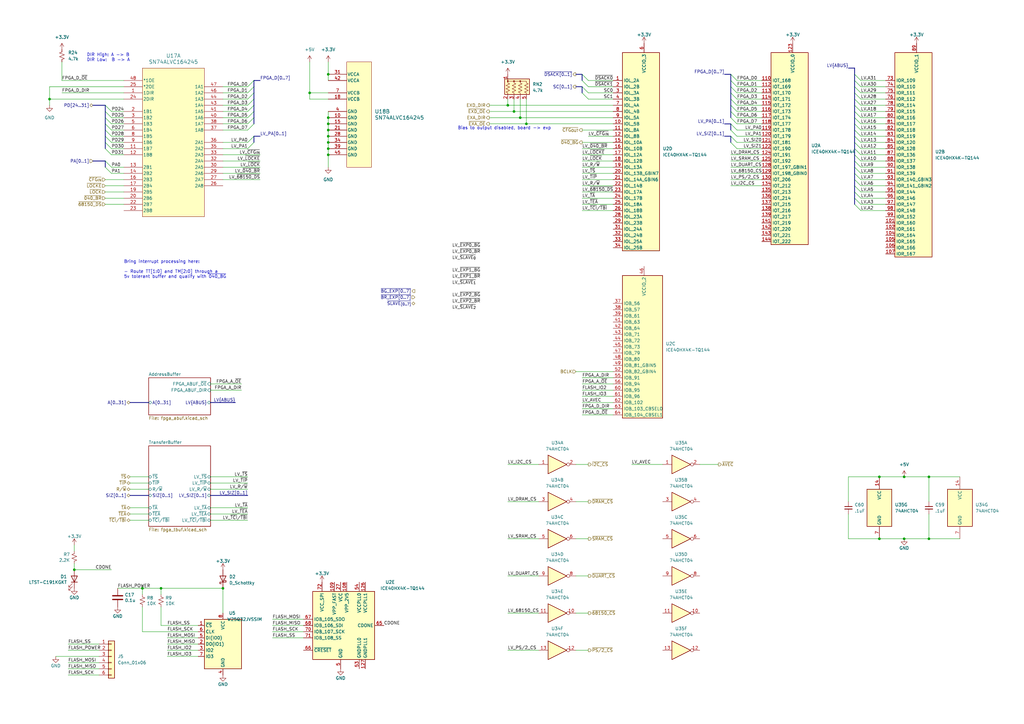
<source format=kicad_sch>
(kicad_sch (version 20230121) (generator eeschema)
  (paper "A3")
  (junction (at 134.62 63.5))
  (junction (at 30.48 233.68))
  (junction (at 134.62 60.96))
  (junction (at 134.62 53.34))
  (junction (at 66.04 241.3))
  (junction (at 58.42 241.3))
  (junction (at 134.62 58.42))
  (junction (at 134.62 30.48))
  (junction (at 91.44 241.3))
  (junction (at 20.32 40.64))
  (junction (at 215.9 50.8))
  (junction (at 134.62 50.8))
  (junction (at 370.84 195.58))
  (junction (at 381 195.58))
  (junction (at 127 38.1))
  (junction (at 134.62 55.88))
  (junction (at 134.62 48.26))
  (junction (at 210.82 45.72))
  (junction (at 381 220.98))
  (junction (at 370.84 220.98))
  (junction (at 208.28 43.18))
  (junction (at 360.68 195.58))
  (junction (at 213.36 48.26))
  (junction (at 360.68 220.98))
  (bus_entry (at 302.26 40.64) (size -2.54 -2.54))
  (bus_entry (at 238.76 35.56) (size 2.54 2.54))
  (bus_entry (at 299.72 53.34) (size 2.54 2.54))
  (bus_entry (at 350.52 48.26) (size 2.54 2.54))
  (bus_entry (at 43.18 48.26) (size 2.54 2.54))
  (bus_entry (at 101.6 50.8) (size 2.54 -2.54))
  (bus_entry (at 350.52 58.42) (size 2.54 2.54))
  (bus_entry (at 350.52 55.88) (size 2.54 2.54))
  (bus_entry (at 350.52 68.58) (size 2.54 2.54))
  (bus_entry (at 43.18 53.34) (size 2.54 2.54))
  (bus_entry (at 43.18 55.88) (size 2.54 2.54))
  (bus_entry (at 101.6 40.64) (size 2.54 -2.54))
  (bus_entry (at 350.52 78.74) (size 2.54 2.54))
  (bus_entry (at 353.06 40.64) (size -2.54 -2.54))
  (bus_entry (at 104.14 55.88) (size -2.54 2.54))
  (bus_entry (at 101.6 48.26) (size 2.54 -2.54))
  (bus_entry (at 238.76 38.1) (size 2.54 2.54))
  (bus_entry (at 299.72 50.8) (size 2.54 2.54))
  (bus_entry (at 353.06 35.56) (size -2.54 -2.54))
  (bus_entry (at 43.18 43.18) (size 2.54 2.54))
  (bus_entry (at 43.18 60.96) (size 2.54 2.54))
  (bus_entry (at 101.6 45.72) (size 2.54 -2.54))
  (bus_entry (at 350.52 43.18) (size 2.54 2.54))
  (bus_entry (at 43.18 50.8) (size 2.54 2.54))
  (bus_entry (at 104.14 58.42) (size -2.54 2.54))
  (bus_entry (at 353.06 38.1) (size -2.54 -2.54))
  (bus_entry (at 302.26 48.26) (size -2.54 -2.54))
  (bus_entry (at 299.72 58.42) (size 2.54 2.54))
  (bus_entry (at 350.52 53.34) (size 2.54 2.54))
  (bus_entry (at 353.06 43.18) (size -2.54 -2.54))
  (bus_entry (at 350.52 71.12) (size 2.54 2.54))
  (bus_entry (at 350.52 50.8) (size 2.54 2.54))
  (bus_entry (at 350.52 73.66) (size 2.54 2.54))
  (bus_entry (at 302.26 35.56) (size -2.54 -2.54))
  (bus_entry (at 350.52 66.04) (size 2.54 2.54))
  (bus_entry (at 350.52 63.5) (size 2.54 2.54))
  (bus_entry (at 101.6 38.1) (size 2.54 -2.54))
  (bus_entry (at 43.18 66.04) (size 2.54 2.54))
  (bus_entry (at 350.52 45.72) (size 2.54 2.54))
  (bus_entry (at 302.26 33.02) (size -2.54 -2.54))
  (bus_entry (at 353.06 33.02) (size -2.54 -2.54))
  (bus_entry (at 302.26 43.18) (size -2.54 -2.54))
  (bus_entry (at 350.52 81.28) (size 2.54 2.54))
  (bus_entry (at 302.26 50.8) (size -2.54 -2.54))
  (bus_entry (at 302.26 45.72) (size -2.54 -2.54))
  (bus_entry (at 350.52 83.82) (size 2.54 2.54))
  (bus_entry (at 238.76 30.48) (size 2.54 2.54))
  (bus_entry (at 43.18 58.42) (size 2.54 2.54))
  (bus_entry (at 43.18 68.58) (size 2.54 2.54))
  (bus_entry (at 302.26 38.1) (size -2.54 -2.54))
  (bus_entry (at 101.6 53.34) (size 2.54 -2.54))
  (bus_entry (at 299.72 55.88) (size 2.54 2.54))
  (bus_entry (at 350.52 60.96) (size 2.54 2.54))
  (bus_entry (at 43.18 45.72) (size 2.54 2.54))
  (bus_entry (at 101.6 43.18) (size 2.54 -2.54))
  (bus_entry (at 238.76 33.02) (size 2.54 2.54))
  (bus_entry (at 101.6 35.56) (size 2.54 -2.54))
  (bus_entry (at 350.52 76.2) (size 2.54 2.54))
  (wire (pts (xy 347.98 220.98) (xy 360.68 220.98)))
  (wire (pts (xy 251.46 81.28) (xy 238.76 81.28)))
  (wire (pts (xy 22.86 269.24) (xy 40.64 269.24)))
  (bus (pts (xy 238.76 30.48) (xy 238.76 33.02)))
  (wire (pts (xy 381 220.98) (xy 393.7 220.98)))
  (wire (pts (xy 241.3 40.64) (xy 251.46 40.64)))
  (wire (pts (xy 81.28 266.7) (xy 68.58 266.7)))
  (wire (pts (xy 86.36 200.66) (xy 101.6 200.66)))
  (wire (pts (xy 200.66 48.26) (xy 213.36 48.26)))
  (wire (pts (xy 363.22 83.82) (xy 353.06 83.82)))
  (wire (pts (xy 381 195.58) (xy 381 205.74)))
  (wire (pts (xy 127 25.4) (xy 127 38.1)))
  (bus (pts (xy 104.14 33.02) (xy 104.14 35.56)))
  (wire (pts (xy 287.02 190.5) (xy 294.64 190.5)))
  (wire (pts (xy 208.28 220.98) (xy 220.98 220.98)))
  (bus (pts (xy 350.52 66.04) (xy 350.52 68.58)))
  (wire (pts (xy 99.06 157.48) (xy 86.36 157.48)))
  (wire (pts (xy 91.44 58.42) (xy 101.6 58.42)))
  (bus (pts (xy 53.34 203.2) (xy 60.96 203.2)))
  (wire (pts (xy 363.22 35.56) (xy 353.06 35.56)))
  (wire (pts (xy 200.66 45.72) (xy 210.82 45.72)))
  (wire (pts (xy 134.62 60.96) (xy 134.62 63.5)))
  (wire (pts (xy 91.44 50.8) (xy 101.6 50.8)))
  (wire (pts (xy 91.44 60.96) (xy 101.6 60.96)))
  (bus (pts (xy 350.52 50.8) (xy 350.52 53.34)))
  (bus (pts (xy 350.52 35.56) (xy 350.52 38.1)))
  (wire (pts (xy 302.26 45.72) (xy 312.42 45.72)))
  (wire (pts (xy 134.62 53.34) (xy 134.62 55.88)))
  (wire (pts (xy 43.18 76.2) (xy 50.8 76.2)))
  (wire (pts (xy 40.64 274.32) (xy 27.94 274.32)))
  (wire (pts (xy 363.22 73.66) (xy 353.06 73.66)))
  (bus (pts (xy 350.52 27.94) (xy 350.52 30.48)))
  (wire (pts (xy 208.28 43.18) (xy 251.46 43.18)))
  (wire (pts (xy 86.36 213.36) (xy 101.6 213.36)))
  (wire (pts (xy 241.3 33.02) (xy 251.46 33.02)))
  (bus (pts (xy 299.72 50.8) (xy 299.72 53.34)))
  (wire (pts (xy 302.26 48.26) (xy 312.42 48.26)))
  (wire (pts (xy 86.36 198.12) (xy 101.6 198.12)))
  (wire (pts (xy 91.44 35.56) (xy 101.6 35.56)))
  (wire (pts (xy 208.28 205.74) (xy 220.98 205.74)))
  (wire (pts (xy 58.42 248.92) (xy 58.42 259.08)))
  (wire (pts (xy 208.28 251.46) (xy 220.98 251.46)))
  (bus (pts (xy 43.18 45.72) (xy 43.18 48.26)))
  (wire (pts (xy 238.76 76.2) (xy 251.46 76.2)))
  (wire (pts (xy 99.06 160.02) (xy 86.36 160.02)))
  (wire (pts (xy 363.22 55.88) (xy 353.06 55.88)))
  (wire (pts (xy 236.22 266.7) (xy 241.3 266.7)))
  (bus (pts (xy 299.72 38.1) (xy 299.72 40.64)))
  (wire (pts (xy 347.98 210.82) (xy 347.98 220.98)))
  (bus (pts (xy 350.52 58.42) (xy 350.52 60.96)))
  (wire (pts (xy 50.8 35.56) (xy 20.32 35.56)))
  (wire (pts (xy 213.36 40.64) (xy 213.36 48.26)))
  (wire (pts (xy 241.3 35.56) (xy 251.46 35.56)))
  (wire (pts (xy 302.26 58.42) (xy 312.42 58.42)))
  (wire (pts (xy 208.28 40.64) (xy 208.28 43.18)))
  (bus (pts (xy 43.18 43.18) (xy 43.18 45.72)))
  (bus (pts (xy 43.18 50.8) (xy 43.18 53.34)))
  (wire (pts (xy 238.76 165.1) (xy 251.46 165.1)))
  (wire (pts (xy 86.36 210.82) (xy 101.6 210.82)))
  (wire (pts (xy 363.22 76.2) (xy 353.06 76.2)))
  (wire (pts (xy 45.72 233.68) (xy 30.48 233.68)))
  (wire (pts (xy 124.46 261.62) (xy 111.76 261.62)))
  (wire (pts (xy 45.72 68.58) (xy 50.8 68.58)))
  (wire (pts (xy 208.28 266.7) (xy 220.98 266.7)))
  (wire (pts (xy 81.28 264.16) (xy 68.58 264.16)))
  (bus (pts (xy 104.14 35.56) (xy 104.14 38.1)))
  (wire (pts (xy 363.22 33.02) (xy 353.06 33.02)))
  (wire (pts (xy 45.72 60.96) (xy 50.8 60.96)))
  (wire (pts (xy 91.44 68.58) (xy 106.68 68.58)))
  (wire (pts (xy 370.84 195.58) (xy 381 195.58)))
  (bus (pts (xy 53.34 165.1) (xy 60.96 165.1)))
  (wire (pts (xy 251.46 83.82) (xy 238.76 83.82)))
  (bus (pts (xy 350.52 63.5) (xy 350.52 66.04)))
  (bus (pts (xy 350.52 81.28) (xy 350.52 83.82)))
  (wire (pts (xy 241.3 55.88) (xy 251.46 55.88)))
  (wire (pts (xy 81.28 261.62) (xy 68.58 261.62)))
  (wire (pts (xy 363.22 81.28) (xy 353.06 81.28)))
  (wire (pts (xy 45.72 48.26) (xy 50.8 48.26)))
  (bus (pts (xy 43.18 55.88) (xy 43.18 58.42)))
  (wire (pts (xy 360.68 195.58) (xy 370.84 195.58)))
  (wire (pts (xy 238.76 66.04) (xy 251.46 66.04)))
  (bus (pts (xy 350.52 48.26) (xy 350.52 50.8)))
  (bus (pts (xy 104.14 45.72) (xy 104.14 48.26)))
  (wire (pts (xy 91.44 53.34) (xy 101.6 53.34)))
  (wire (pts (xy 40.64 271.78) (xy 27.94 271.78)))
  (wire (pts (xy 238.76 71.12) (xy 251.46 71.12)))
  (wire (pts (xy 91.44 43.18) (xy 101.6 43.18)))
  (bus (pts (xy 106.68 33.02) (xy 104.14 33.02)))
  (wire (pts (xy 241.3 38.1) (xy 251.46 38.1)))
  (wire (pts (xy 200.66 50.8) (xy 215.9 50.8)))
  (wire (pts (xy 299.72 71.12) (xy 312.42 71.12)))
  (wire (pts (xy 66.04 241.3) (xy 91.44 241.3)))
  (bus (pts (xy 350.52 30.48) (xy 350.52 33.02)))
  (wire (pts (xy 66.04 248.92) (xy 66.04 256.54)))
  (wire (pts (xy 302.26 33.02) (xy 312.42 33.02)))
  (wire (pts (xy 251.46 160.02) (xy 238.76 160.02)))
  (wire (pts (xy 53.34 200.66) (xy 60.96 200.66)))
  (bus (pts (xy 350.52 60.96) (xy 350.52 63.5)))
  (wire (pts (xy 25.4 25.4) (xy 25.4 33.02)))
  (wire (pts (xy 91.44 241.3) (xy 91.44 251.46)))
  (wire (pts (xy 363.22 60.96) (xy 353.06 60.96)))
  (wire (pts (xy 66.04 243.84) (xy 66.04 241.3)))
  (wire (pts (xy 299.72 63.5) (xy 312.42 63.5)))
  (wire (pts (xy 208.28 190.5) (xy 220.98 190.5)))
  (bus (pts (xy 350.52 43.18) (xy 350.52 45.72)))
  (wire (pts (xy 45.72 55.88) (xy 50.8 55.88)))
  (wire (pts (xy 91.44 38.1) (xy 101.6 38.1)))
  (wire (pts (xy 363.22 48.26) (xy 353.06 48.26)))
  (bus (pts (xy 350.52 45.72) (xy 350.52 48.26)))
  (wire (pts (xy 370.84 220.98) (xy 381 220.98)))
  (wire (pts (xy 30.48 231.14) (xy 30.48 233.68)))
  (wire (pts (xy 363.22 78.74) (xy 353.06 78.74)))
  (wire (pts (xy 238.76 167.64) (xy 251.46 167.64)))
  (wire (pts (xy 48.26 241.3) (xy 58.42 241.3)))
  (wire (pts (xy 236.22 205.74) (xy 241.3 205.74)))
  (wire (pts (xy 215.9 40.64) (xy 215.9 50.8)))
  (wire (pts (xy 30.48 223.52) (xy 30.48 226.06)))
  (wire (pts (xy 20.32 40.64) (xy 20.32 43.18)))
  (bus (pts (xy 350.52 55.88) (xy 350.52 58.42)))
  (bus (pts (xy 299.72 40.64) (xy 299.72 43.18)))
  (wire (pts (xy 53.34 210.82) (xy 60.96 210.82)))
  (wire (pts (xy 302.26 38.1) (xy 312.42 38.1)))
  (bus (pts (xy 43.18 48.26) (xy 43.18 50.8)))
  (wire (pts (xy 53.34 198.12) (xy 60.96 198.12)))
  (wire (pts (xy 43.18 78.74) (xy 50.8 78.74)))
  (wire (pts (xy 363.22 68.58) (xy 353.06 68.58)))
  (bus (pts (xy 299.72 45.72) (xy 299.72 48.26)))
  (wire (pts (xy 363.22 43.18) (xy 353.06 43.18)))
  (wire (pts (xy 299.72 68.58) (xy 312.42 68.58)))
  (bus (pts (xy 297.18 50.8) (xy 299.72 50.8)))
  (wire (pts (xy 238.76 154.94) (xy 251.46 154.94)))
  (wire (pts (xy 124.46 259.08) (xy 111.76 259.08)))
  (wire (pts (xy 45.72 50.8) (xy 50.8 50.8)))
  (wire (pts (xy 45.72 53.34) (xy 50.8 53.34)))
  (bus (pts (xy 38.1 43.18) (xy 43.18 43.18)))
  (wire (pts (xy 360.68 220.98) (xy 370.84 220.98)))
  (wire (pts (xy 43.18 83.82) (xy 50.8 83.82)))
  (wire (pts (xy 58.42 259.08) (xy 81.28 259.08)))
  (bus (pts (xy 299.72 35.56) (xy 299.72 38.1)))
  (wire (pts (xy 91.44 66.04) (xy 106.68 66.04)))
  (wire (pts (xy 238.76 53.34) (xy 251.46 53.34)))
  (wire (pts (xy 27.94 276.86) (xy 40.64 276.86)))
  (bus (pts (xy 350.52 78.74) (xy 350.52 81.28)))
  (wire (pts (xy 91.44 73.66) (xy 106.68 73.66)))
  (bus (pts (xy 236.22 35.56) (xy 238.76 35.56)))
  (wire (pts (xy 381 210.82) (xy 381 220.98)))
  (wire (pts (xy 40.64 264.16) (xy 27.94 264.16)))
  (wire (pts (xy 134.62 58.42) (xy 134.62 60.96)))
  (wire (pts (xy 363.22 86.36) (xy 353.06 86.36)))
  (wire (pts (xy 236.22 236.22) (xy 241.3 236.22)))
  (bus (pts (xy 43.18 58.42) (xy 43.18 60.96)))
  (bus (pts (xy 43.18 53.34) (xy 43.18 55.88)))
  (wire (pts (xy 363.22 45.72) (xy 353.06 45.72)))
  (wire (pts (xy 81.28 269.24) (xy 68.58 269.24)))
  (wire (pts (xy 53.34 213.36) (xy 60.96 213.36)))
  (bus (pts (xy 299.72 30.48) (xy 299.72 33.02)))
  (wire (pts (xy 251.46 162.56) (xy 238.76 162.56)))
  (bus (pts (xy 297.18 30.48) (xy 299.72 30.48)))
  (wire (pts (xy 45.72 58.42) (xy 50.8 58.42)))
  (wire (pts (xy 302.26 43.18) (xy 312.42 43.18)))
  (wire (pts (xy 302.26 35.56) (xy 312.42 35.56)))
  (wire (pts (xy 236.22 220.98) (xy 241.3 220.98)))
  (wire (pts (xy 20.32 35.56) (xy 20.32 40.64)))
  (wire (pts (xy 299.72 73.66) (xy 312.42 73.66)))
  (wire (pts (xy 208.28 236.22) (xy 220.98 236.22)))
  (wire (pts (xy 302.26 40.64) (xy 312.42 40.64)))
  (bus (pts (xy 104.14 55.88) (xy 104.14 58.42)))
  (bus (pts (xy 104.14 43.18) (xy 104.14 45.72)))
  (bus (pts (xy 347.98 27.94) (xy 350.52 27.94)))
  (wire (pts (xy 43.18 81.28) (xy 50.8 81.28)))
  (wire (pts (xy 43.18 73.66) (xy 50.8 73.66)))
  (bus (pts (xy 104.14 38.1) (xy 104.14 40.64)))
  (wire (pts (xy 238.76 58.42) (xy 251.46 58.42)))
  (wire (pts (xy 363.22 66.04) (xy 353.06 66.04)))
  (wire (pts (xy 127 38.1) (xy 127 40.64)))
  (wire (pts (xy 251.46 86.36) (xy 238.76 86.36)))
  (wire (pts (xy 302.26 60.96) (xy 312.42 60.96)))
  (wire (pts (xy 91.44 40.64) (xy 101.6 40.64)))
  (wire (pts (xy 25.4 38.1) (xy 50.8 38.1)))
  (bus (pts (xy 299.72 33.02) (xy 299.72 35.56)))
  (wire (pts (xy 363.22 58.42) (xy 353.06 58.42)))
  (wire (pts (xy 299.72 66.04) (xy 312.42 66.04)))
  (wire (pts (xy 251.46 73.66) (xy 238.76 73.66)))
  (wire (pts (xy 259.08 190.5) (xy 271.78 190.5)))
  (wire (pts (xy 53.34 208.28) (xy 60.96 208.28)))
  (wire (pts (xy 363.22 50.8) (xy 353.06 50.8)))
  (wire (pts (xy 58.42 241.3) (xy 66.04 241.3)))
  (wire (pts (xy 134.62 45.72) (xy 134.62 48.26)))
  (wire (pts (xy 238.76 68.58) (xy 251.46 68.58)))
  (bus (pts (xy 236.22 30.48) (xy 238.76 30.48)))
  (wire (pts (xy 45.72 45.72) (xy 50.8 45.72)))
  (wire (pts (xy 25.4 33.02) (xy 50.8 33.02)))
  (wire (pts (xy 363.22 53.34) (xy 353.06 53.34)))
  (wire (pts (xy 91.44 48.26) (xy 101.6 48.26)))
  (wire (pts (xy 86.36 195.58) (xy 101.6 195.58)))
  (wire (pts (xy 200.66 43.18) (xy 208.28 43.18)))
  (bus (pts (xy 43.18 66.04) (xy 43.18 68.58)))
  (wire (pts (xy 363.22 38.1) (xy 353.06 38.1)))
  (wire (pts (xy 236.22 152.4) (xy 251.46 152.4)))
  (wire (pts (xy 236.22 190.5) (xy 241.3 190.5)))
  (bus (pts (xy 350.52 33.02) (xy 350.52 35.56)))
  (wire (pts (xy 27.94 266.7) (xy 40.64 266.7)))
  (wire (pts (xy 134.62 50.8) (xy 134.62 53.34)))
  (bus (pts (xy 86.36 203.2) (xy 101.6 203.2)))
  (wire (pts (xy 236.22 251.46) (xy 241.3 251.46)))
  (bus (pts (xy 350.52 53.34) (xy 350.52 55.88)))
  (wire (pts (xy 134.62 63.5) (xy 134.62 68.58)))
  (wire (pts (xy 53.34 195.58) (xy 60.96 195.58)))
  (wire (pts (xy 238.76 60.96) (xy 251.46 60.96)))
  (wire (pts (xy 363.22 71.12) (xy 353.06 71.12)))
  (wire (pts (xy 134.62 30.48) (xy 134.62 33.02)))
  (wire (pts (xy 210.82 45.72) (xy 251.46 45.72)))
  (wire (pts (xy 124.46 256.54) (xy 111.76 256.54)))
  (bus (pts (xy 350.52 40.64) (xy 350.52 43.18)))
  (wire (pts (xy 210.82 40.64) (xy 210.82 45.72)))
  (wire (pts (xy 215.9 50.8) (xy 251.46 50.8)))
  (wire (pts (xy 124.46 254) (xy 111.76 254)))
  (wire (pts (xy 134.62 25.4) (xy 134.62 30.48)))
  (wire (pts (xy 127 38.1) (xy 134.62 38.1)))
  (wire (pts (xy 91.44 63.5) (xy 106.68 63.5)))
  (bus (pts (xy 86.36 165.1) (xy 96.52 165.1)))
  (wire (pts (xy 134.62 48.26) (xy 134.62 50.8)))
  (bus (pts (xy 299.72 43.18) (xy 299.72 45.72)))
  (wire (pts (xy 127 40.64) (xy 134.62 40.64)))
  (wire (pts (xy 50.8 40.64) (xy 20.32 40.64)))
  (bus (pts (xy 350.52 71.12) (xy 350.52 73.66)))
  (bus (pts (xy 350.52 68.58) (xy 350.52 71.12)))
  (bus (pts (xy 38.1 66.04) (xy 43.18 66.04)))
  (wire (pts (xy 45.72 63.5) (xy 50.8 63.5)))
  (wire (pts (xy 238.76 170.18) (xy 251.46 170.18)))
  (bus (pts (xy 238.76 35.56) (xy 238.76 38.1)))
  (bus (pts (xy 350.52 38.1) (xy 350.52 40.64)))
  (wire (pts (xy 58.42 243.84) (xy 58.42 241.3)))
  (wire (pts (xy 86.36 208.28) (xy 101.6 208.28)))
  (wire (pts (xy 363.22 40.64) (xy 353.06 40.64)))
  (bus (pts (xy 104.14 48.26) (xy 104.14 50.8)))
  (wire (pts (xy 238.76 78.74) (xy 251.46 78.74)))
  (wire (pts (xy 302.26 50.8) (xy 312.42 50.8)))
  (bus (pts (xy 299.72 55.88) (xy 299.72 58.42)))
  (bus (pts (xy 350.52 76.2) (xy 350.52 78.74)))
  (wire (pts (xy 91.44 45.72) (xy 101.6 45.72)))
  (bus (pts (xy 106.68 55.88) (xy 104.14 55.88)))
  (bus (pts (xy 104.14 40.64) (xy 104.14 43.18)))
  (wire (pts (xy 134.62 55.88) (xy 134.62 58.42)))
  (wire (pts (xy 299.72 76.2) (xy 312.42 76.2)))
  (wire (pts (xy 238.76 63.5) (xy 251.46 63.5)))
  (wire (pts (xy 91.44 71.12) (xy 106.68 71.12)))
  (wire (pts (xy 66.04 256.54) (xy 81.28 256.54)))
  (wire (pts (xy 363.22 63.5) (xy 353.06 63.5)))
  (wire (pts (xy 302.26 55.88) (xy 312.42 55.88)))
  (wire (pts (xy 302.26 53.34) (xy 312.42 53.34)))
  (bus (pts (xy 350.52 73.66) (xy 350.52 76.2)))
  (wire (pts (xy 213.36 48.26) (xy 251.46 48.26)))
  (wire (pts (xy 238.76 157.48) (xy 251.46 157.48)))
  (wire (pts (xy 45.72 71.12) (xy 50.8 71.12)))
  (wire (pts (xy 381 195.58) (xy 393.7 195.58)))
  (bus (pts (xy 297.18 55.88) (xy 299.72 55.88)))
  (wire (pts (xy 347.98 195.58) (xy 347.98 205.74)))
  (wire (pts (xy 360.68 195.58) (xy 347.98 195.58)))
  (text "Bring interrupt processing here:\n\n- Route TT[1:0] and TM[2:0] through a\n5v tolerant buffer and qualify with ~{040_BG}" (at 50.8 114.3 0) (effects (font (size 1.27 1.27)) (justify left bottom)))
  (text "Bias to output disabled, board -> exp" (at 226.06 53.34 0) (effects (font (size 1.27 1.27)) (justify right bottom)))
  (text "DIR High: A -> B\nDIR Low:  B -> A" (at 35.56 25.4 0) (effects (font (size 1.27 1.27)) (justify left bottom)))
  (label "FPGA_D7" (at 302.26 50.8 0))
  (label "PA1" (at 45.72 71.12 0))
  (label "LV.A6" (at 353.06 76.2 0))
  (label "FPGA_D5" (at 302.26 45.72 0))
  (label "PD27" (at 45.72 53.34 0))
  (label "FPGA_A_~{OE}" (at 99.06 157.48 180))
  (label "LV.A7" (at 353.06 73.66 0))
  (label "LV_~{TCI}{slash}~{TBI}" (at 238.76 86.36 0))
  (label "LV_~{EXP2_BR}" (at 185.42 124.46 0))
  (label "LV_~{TEA}" (at 238.76 83.82 0))
  (label "FLASH_IO2" (at 238.76 160.02 0))
  (label "LV.A9" (at 353.06 68.58 0))
  (label "FPGA_D2" (at 302.26 38.1 0))
  (label "PD31" (at 45.72 63.5 0))
  (label "LV.A28" (at 353.06 40.64 0))
  (label "FLASH_MOSI" (at 111.76 254 0))
  (label "LV.A5" (at 353.06 78.74 0))
  (label "PD29" (at 45.72 58.42 0))
  (label "LV_~{SLAVE_{1}}" (at 185.42 116.84 0))
  (label "LV_PA1" (at 312.42 55.88 180))
  (label "FPGA_D3" (at 302.26 40.64 0))
  (label "FLASH_MISO" (at 27.94 274.32 0))
  (label "LV_PS{slash}2_CS" (at 208.28 266.7 0))
  (label "LV.A13" (at 353.06 58.42 0))
  (label "LV_AVEC" (at 259.08 190.5 0))
  (label "LV_~{TEA}" (at 101.6 210.82 180))
  (label "FLASH_SS" (at 68.58 256.54 0))
  (label "LV.A15" (at 353.06 53.34 0))
  (label "FLASH_MOSI" (at 27.94 271.78 0))
  (label "LV.A12" (at 353.06 60.96 0))
  (label "FPGA_D6" (at 302.26 48.26 0))
  (label "LV_~{EXP0_BR}" (at 185.42 104.14 0))
  (label "LV_I2C_CS" (at 208.28 190.5 0))
  (label "LV_~{TA}" (at 238.76 81.28 0))
  (label "FPGA_D4" (at 302.26 43.18 0))
  (label "FPGA_D1" (at 101.6 38.1 180))
  (label "FPGA_A_DIR" (at 99.06 160.02 180))
  (label "LV_68150_CS" (at 299.72 71.12 0))
  (label "FPGA_D2" (at 101.6 40.64 180))
  (label "LV_PA0" (at 101.6 58.42 180))
  (label "~{DSACK1}" (at 251.46 35.56 180))
  (label "LV_SRAM_CS" (at 208.28 220.98 0))
  (label "LV.A31" (at 353.06 33.02 0))
  (label "LV_~{TIP}" (at 101.6 198.12 180))
  (label "FPGA_D7" (at 101.6 53.34 180))
  (label "LV_~{LOCK}" (at 238.76 66.04 0))
  (label "PD30" (at 45.72 60.96 0))
  (label "LV_DRAM_CS" (at 299.72 63.5 0))
  (label "LV_~{CFG_{IN}}" (at 241.3 55.88 0))
  (label "CDONE" (at 45.72 233.68 180))
  (label "LV_DRAM_CS" (at 208.28 205.74 0))
  (label "LV.A27" (at 353.06 43.18 0))
  (label "PD25" (at 45.72 48.26 0))
  (label "LV_PS{slash}2_CS" (at 299.72 73.66 0))
  (label "LV_I2C_CS" (at 299.72 76.2 0))
  (label "LV_~{EXP1_BG}" (at 185.42 111.76 0))
  (label "LV_R{slash}~{W}" (at 101.6 200.66 180))
  (label "LV_~{EXP2_BG}" (at 185.42 121.92 0))
  (label "LV_SIZ0" (at 312.42 58.42 180))
  (label "LV_~{68150_DS}" (at 238.76 78.74 0))
  (label "LV_SRAM_CS" (at 299.72 66.04 0))
  (label "FPGA_D6" (at 101.6 50.8 180))
  (label "LV_PA[0..1]" (at 106.68 55.88 0))
  (label "FPGA_A_DIR" (at 238.76 154.94 0))
  (label "LV.A30" (at 353.06 35.56 0))
  (label "LV.A14" (at 353.06 55.88 0))
  (label "LV_SIZ[0..1]" (at 101.6 203.2 180))
  (label "LV_~{TIP}" (at 238.76 73.66 0))
  (label "LV_PA[0..1]" (at 297.18 50.8 180))
  (label "FLASH_MOSI" (at 68.58 261.62 0))
  (label "FPGA_D_DIR" (at 238.76 167.64 0))
  (label "LV_PA0" (at 312.42 53.34 180))
  (label "FPGA_D_~{OE}" (at 238.76 170.18 0))
  (label "LV.A17" (at 353.06 48.26 0))
  (label "LV_~{SLAVE_{0}}" (at 185.42 106.68 0))
  (label "LV.A29" (at 353.06 38.1 0))
  (label "LV_~{TA}" (at 101.6 208.28 180))
  (label "PD28" (at 45.72 55.88 0))
  (label "FPGA_D5" (at 101.6 48.26 180))
  (label "FLASH_SS" (at 111.76 261.62 0))
  (label "FLASH_POWER" (at 48.26 241.3 0))
  (label "LV_~{LOCKE}" (at 106.68 66.04 180))
  (label "FLASH_MISO" (at 111.76 256.54 0))
  (label "FPGA_D[0..7]" (at 297.18 30.48 180))
  (label "LV.A3" (at 353.06 83.82 0))
  (label "LV_68150_CS" (at 208.28 251.46 0))
  (label "FLASH_SCK" (at 111.76 259.08 0))
  (label "LV_~{LOCKE}" (at 238.76 63.5 0))
  (label "LV_~{EXP1_BR}" (at 185.42 114.3 0))
  (label "LV.A10" (at 353.06 66.04 0))
  (label "LV.A8" (at 353.06 71.12 0))
  (label "LV_R{slash}~{W}" (at 238.76 76.2 0))
  (label "LV_DUART_CS" (at 299.72 68.58 0))
  (label "FPGA_D0" (at 302.26 33.02 0))
  (label "LV_DUART_CS" (at 208.28 236.22 0))
  (label "LV{ABUS}" (at 347.98 27.94 180))
  (label "LV_~{LOCK}" (at 106.68 68.58 180))
  (label "FLASH_IO3" (at 68.58 269.24 0))
  (label "LV.A16" (at 353.06 50.8 0))
  (label "LV_~{TS}" (at 238.76 71.12 0))
  (label "FLASH_SCK" (at 68.58 259.08 0))
  (label "FLASH_IO3" (at 238.76 162.56 0))
  (label "LV_~{TS}" (at 101.6 195.58 180))
  (label "PD24" (at 45.72 45.72 0))
  (label "LV_R{slash}~{W}" (at 238.76 68.58 0))
  (label "LV_~{SLAVE_{2}}" (at 185.42 127 0))
  (label "LV{ABUS}" (at 96.52 165.1 180))
  (label "FPGA_D_DIR" (at 25.4 38.1 0))
  (label "FPGA_D3" (at 101.6 43.18 180))
  (label "LV_~{TCI}{slash}~{TBI}" (at 101.6 213.36 180))
  (label "LV_SIZ[0..1]" (at 297.18 55.88 180))
  (label "LV_PA1" (at 101.6 60.96 180))
  (label "LV_~{CFG_{IN}}" (at 106.68 63.5 180))
  (label "LV.A4" (at 353.06 81.28 0))
  (label "FPGA_D[0..7]" (at 106.68 33.02 0))
  (label "FLASH_IO2" (at 68.58 266.7 0))
  (label "PA0" (at 45.72 68.58 0))
  (label "FPGA_A_~{OE}" (at 238.76 157.48 0))
  (label "FLASH_SCK" (at 27.94 276.86 0))
  (label "LV.A18" (at 353.06 45.72 0))
  (label "LV_~{040_BR}" (at 238.76 60.96 0))
  (label "LV_~{EXP0_BG}" (at 185.42 101.6 0))
  (label "LV.A2" (at 353.06 86.36 0))
  (label "FPGA_D4" (at 101.6 45.72 180))
  (label "LV_SIZ1" (at 312.42 60.96 180))
  (label "~{DSACK0}" (at 251.46 33.02 180))
  (label "CDONE" (at 157.48 256.54 0))
  (label "PD26" (at 45.72 50.8 0))
  (label "FPGA_D1" (at 302.26 35.56 0))
  (label "FPGA_D0" (at 101.6 35.56 180))
  (label "FLASH_MISO" (at 68.58 264.16 0))
  (label "LV.A11" (at 353.06 63.5 0))
  (label "FLASH_SS" (at 27.94 264.16 0))
  (label "SC0" (at 251.46 38.1 180))
  (label "LV_~{68150_DS}" (at 106.68 73.66 180))
  (label "FLASH_POWER" (at 27.94 266.7 0))
  (label "LV_AVEC" (at 238.76 165.1 0))
  (label "LV_~{040_BR}" (at 106.68 71.12 180))
  (label "FPGA_D_~{OE}" (at 25.4 33.02 0))
  (label "SC1" (at 251.46 40.64 180))
  (hierarchical_label "~{TIP}" (shape tri_state) (at 53.34 198.12 180))
  (hierarchical_label "~{68150_CS}" (shape output) (at 241.3 251.46 0))
  (hierarchical_label "~{DSACK[0..1]}" (shape output) (at 236.22 30.48 180))
  (hierarchical_label "~{TEA}" (shape tri_state) (at 53.34 210.82 180))
  (hierarchical_label "~{AVEC}" (shape output) (at 294.64 190.5 0))
  (hierarchical_label "~{CFG_{OUT}}" (shape output) (at 238.76 53.34 180))
  (hierarchical_label "~{EXA_OE}" (shape output) (at 200.66 50.8 180))
  (hierarchical_label "~{040_BG}" (shape output) (at 238.76 58.42 180))
  (hierarchical_label "SIZ[0..1]" (shape tri_state) (at 53.34 203.2 180))
  (hierarchical_label "PA[0..1]" (shape input) (at 38.1 66.04 180))
  (hierarchical_label "A[0..31]" (shape bidirectional) (at 53.34 165.1 180))
  (hierarchical_label "~{PS{slash}2_CS}" (shape output) (at 241.3 266.7 0))
  (hierarchical_label "~{DRAM_CS}" (shape output) (at 241.3 205.74 0))
  (hierarchical_label "~{BG_EXP[0..7]}" (shape output) (at 170.18 119.38 180))
  (hierarchical_label "~{EXD_OE}" (shape output) (at 200.66 45.72 180))
  (hierarchical_label "~{LOCKE}" (shape input) (at 43.18 76.2 180))
  (hierarchical_label "EXA_DIR" (shape output) (at 200.66 48.26 180))
  (hierarchical_label "~{CFG_{IN}}" (shape input) (at 43.18 73.66 180))
  (hierarchical_label "~{040_BR}" (shape input) (at 43.18 81.28 180))
  (hierarchical_label "~{I2C_CS}" (shape output) (at 241.3 190.5 0))
  (hierarchical_label "~{SLAVE_{[0..7]}}" (shape bidirectional) (at 170.18 124.46 180))
  (hierarchical_label "~{SRAM_CS}" (shape output) (at 241.3 220.98 0))
  (hierarchical_label "BCLK" (shape input) (at 236.22 152.4 180))
  (hierarchical_label "~{TS}" (shape tri_state) (at 53.34 195.58 180))
  (hierarchical_label "~{BR_EXP[0..7]}" (shape input) (at 170.18 121.92 180))
  (hierarchical_label "~{68150_DS}" (shape input) (at 43.18 83.82 180))
  (hierarchical_label "R{slash}~{W}" (shape tri_state) (at 53.34 200.66 180))
  (hierarchical_label "~{DUART_CS}" (shape output) (at 241.3 236.22 0))
  (hierarchical_label "~{TCI}{slash}~{TBI}" (shape tri_state) (at 53.34 213.36 180))
  (hierarchical_label "SC[0..1]" (shape output) (at 236.22 35.56 180))
  (hierarchical_label "PD[24..31]" (shape bidirectional) (at 38.1 43.18 180))
  (hierarchical_label "~{LOCK}" (shape input) (at 43.18 78.74 180))
  (hierarchical_label "~{TA}" (shape tri_state) (at 53.34 208.28 180))
  (hierarchical_label "EXD_DIR" (shape output) (at 200.66 43.18 180))
  (symbol (lib_id "Device:R_Small_US") (at 58.42 246.38 180) (unit 1)
    (property "Reference" "R8" (at 60.198 245.2116 0) (effects (justify right)))
    (property "Value" "10K" (at 60.198 247.523 0) (effects (justify right)))
    (instances (project "UPduino_v3.0" (path "" (reference "R8") (unit 1))) (project "68040pc" (path "" (reference "R2") (unit 1)) (path "" (reference "R2") (unit 1))))
  )
  (symbol (lib_id "power:+5V") (at 370.84 195.58 0) (unit 1)
    (property "Reference" "#PWR016" (effects hide))
    (property "Value" "+5V" (at 370.84 190.5 0))
    (instances (project "68040pc" (path "" (reference "#PWR016") (unit 1)) (path "" (reference "#PWR0102") (unit 1)) (path "" (reference "#PWR028") (unit 1))))
  )
  (symbol (lib_id "FPGA_Lattice:ICE40HX4K-TQ144") (at 325.12 63.5 0) (unit 1)
    (property "Reference" "U2" (at 332.74 59.69 0) (effects (justify left)))
    (property "Value" "ICE40HX4K-TQ144" (at 332.74 62.23 0) (effects (justify left)))
    (property "Footprint" "Package_QFP:TQFP-144_20x20mm_P0.5mm" (effects hide))
    (property "Datasheet" "http://www.latticesemi.com/Products/FPGAandCPLD/iCE40" (effects hide))
    (instances (project "68040pc" (path "" (reference "U2") (unit 1)) (path "" (reference "U5") (unit 1))))
  )
  (symbol (lib_id "74xx:74AHCT04") (at 279.4 190.5 0) (unit 1)
    (property "Reference" "U35" (at 279.4 181.61 0))
    (property "Value" "74AHCT04" (at 279.4 184.15 0))
    (property "Datasheet" "https://assets.nexperia.com/documents/data-sheet/74AHC_AHCT04.pdf" (effects hide))
  )
  (symbol (lib_id "power:+3.3V") (at 134.62 25.4 0) (unit 1)
    (property "Reference" "#PWR0206" (effects hide))
    (property "Value" "+3.3V" (at 134.62 20.32 0))
  )
  (symbol (lib_id "74xx:74AHCT04") (at 360.68 208.28 0) (unit 7)
    (property "Reference" "U35" (at 367.03 207.01 0) (effects (justify left)))
    (property "Value" "74AHCT04" (at 367.03 209.55 0) (effects (justify left)))
    (property "Datasheet" "https://assets.nexperia.com/documents/data-sheet/74AHC_AHCT04.pdf" (effects hide))
  )
  (symbol (lib_id "power:+3.3V") (at 375.92 17.78 0) (unit 1)
    (property "Reference" "#PWR045" (effects hide))
    (property "Value" "+3.3V" (at 375.92 14.224 0))
    (instances (project "UPduino_v3.0" (path "" (reference "#PWR045") (unit 1))) (project "68040pc" (path "" (reference "#PWR0108") (unit 1)) (path "" (reference "#PWR094") (unit 1))))
  )
  (symbol (lib_id "Device:LED") (at 30.48 237.49 270) (mirror x) (unit 1)
    (property "Reference" "D1" (at 27.4828 236.4994 90) (effects (justify right)))
    (property "Value" "LTST-C191KGKT" (at 27.4828 238.8108 90) (effects (justify right)))
  )
  (symbol (lib_id "74xx:74AHCT04") (at 228.6 220.98 0) (unit 3)
    (property "Reference" "U34" (at 228.6 212.09 0))
    (property "Value" "74AHCT04" (at 228.6 214.63 0))
    (property "Datasheet" "https://assets.nexperia.com/documents/data-sheet/74AHC_AHCT04.pdf" (effects hide))
  )
  (symbol (lib_id "74xx:74AHCT04") (at 279.4 266.7 0) (unit 6)
    (property "Reference" "U35" (at 279.4 257.81 0))
    (property "Value" "74AHCT04" (at 279.4 260.35 0))
    (property "Datasheet" "https://assets.nexperia.com/documents/data-sheet/74AHC_AHCT04.pdf" (effects hide))
  )
  (symbol (lib_id "power:GND") (at 30.48 241.3 0) (mirror y) (unit 1)
    (property "Reference" "#PWR033" (effects hide))
    (property "Value" "GND" (at 30.48 245.11 0))
    (instances (project "UPduino_v3.0" (path "" (reference "#PWR033") (unit 1))) (project "68040pc" (path "" (reference "#PWR025") (unit 1)) (path "" (reference "#PWR0105") (unit 1))))
  )
  (symbol (lib_id "FPGA_Lattice:ICE40HX4K-TQ144") (at 264.16 63.5 0) (unit 4)
    (property "Reference" "U2" (at 271.78 60.96 0) (effects (justify left)))
    (property "Value" "ICE40HX4K-TQ144" (at 271.78 63.5 0) (effects (justify left)))
    (property "Footprint" "Package_QFP:TQFP-144_20x20mm_P0.5mm" (effects hide))
    (property "Datasheet" "http://www.latticesemi.com/Products/FPGAandCPLD/iCE40" (effects hide))
    (instances (project "68040pc" (path "" (reference "U2") (unit 4)) (path "" (reference "U5") (unit 4))))
  )
  (symbol (lib_id "68040:SN74ALVC164245") (at 134.62 30.48 0) (unit 2)
    (property "Reference" "U18" (at 153.67 45.72 0) (effects (font (size 1.524 1.524)) (justify left)))
    (property "Value" "SN74ALVC164245" (at 153.67 48.26 0) (effects (font (size 1.524 1.524)) (justify left)))
    (property "Footprint" "Package_SO:TSSOP-48_6.1x12.5mm_P0.5mm" (effects hide))
    (property "Datasheet" "SN74ALVC164245DLR" (effects hide))
    (instances (project "68040pc" (path "" (reference "U18") (unit 2)) (path "" (reference "U2") (unit 2))))
  )
  (symbol (lib_id "power:GND") (at 91.44 276.86 0) (unit 1)
    (property "Reference" "#PWR038" (effects hide))
    (property "Value" "GND" (at 91.44 280.67 0))
    (instances (project "UPduino_v3.0" (path "" (reference "#PWR038") (unit 1))) (project "68040pc" (path "" (reference "#PWR026") (unit 1)) (path "" (reference "#PWR0211") (unit 1))))
  )
  (symbol (lib_id "power:+5V") (at 127 25.4 0) (unit 1)
    (property "Reference" "#PWR016" (effects hide))
    (property "Value" "+5V" (at 127 20.32 0))
    (instances (project "68040pc" (path "" (reference "#PWR016") (unit 1)) (path "" (reference "#PWR0102") (unit 1)) (path "" (reference "#PWR091") (unit 1))))
  )
  (symbol (lib_id "power:+3.3V") (at 30.48 223.52 0) (mirror y) (unit 1)
    (property "Reference" "#PWR045" (effects hide))
    (property "Value" "+3.3V" (at 30.48 219.964 0))
    (instances (project "UPduino_v3.0" (path "" (reference "#PWR045") (unit 1))) (project "68040pc" (path "" (reference "#PWR024") (unit 1)) (path "" (reference "#PWR0102") (unit 1))))
  )
  (symbol (lib_id "power:+3.3V") (at 132.08 238.76 0) (unit 1)
    (property "Reference" "#PWR041" (effects hide))
    (property "Value" "+3.3V" (at 132.08 235.204 0))
    (instances (project "UPduino_v3.0" (path "" (reference "#PWR041") (unit 1))) (project "68040pc" (path "" (reference "#PWR027") (unit 1)) (path "" (reference "#PWR0110") (unit 1))))
  )
  (symbol (lib_id "74xx:74AHCT04") (at 279.4 251.46 0) (unit 5)
    (property "Reference" "U35" (at 279.4 242.57 0))
    (property "Value" "74AHCT04" (at 279.4 245.11 0))
    (property "Datasheet" "https://assets.nexperia.com/documents/data-sheet/74AHC_AHCT04.pdf" (effects hide))
  )
  (symbol (lib_id "power:GND") (at 139.7 274.32 0) (unit 1)
    (property "Reference" "#PWR033" (effects hide))
    (property "Value" "GND" (at 139.7 278.13 0))
    (instances (project "UPduino_v3.0" (path "" (reference "#PWR033") (unit 1))) (project "68040pc" (path "" (reference "#PWR0110") (unit 1)) (path "" (reference "#PWR0109") (unit 1))))
  )
  (symbol (lib_id "power:+3.3V") (at 325.12 17.78 0) (unit 1)
    (property "Reference" "#PWR045" (effects hide))
    (property "Value" "+3.3V" (at 325.12 14.224 0))
    (instances (project "UPduino_v3.0" (path "" (reference "#PWR045") (unit 1))) (project "68040pc" (path "" (reference "#PWR0107") (unit 1)) (path "" (reference "#PWR095") (unit 1))))
  )
  (symbol (lib_id "power:+3.3V") (at 91.44 233.68 0) (unit 1)
    (property "Reference" "#PWR041" (effects hide))
    (property "Value" "+3.3V" (at 91.44 230.124 0))
    (instances (project "UPduino_v3.0" (path "" (reference "#PWR041") (unit 1))) (project "68040pc" (path "" (reference "#PWR027") (unit 1)) (path "" (reference "#PWR0103") (unit 1))))
  )
  (symbol (lib_id "74xx:74AHCT04") (at 228.6 236.22 0) (unit 4)
    (property "Reference" "U34" (at 228.6 227.33 0))
    (property "Value" "74AHCT04" (at 228.6 229.87 0))
    (property "Datasheet" "https://assets.nexperia.com/documents/data-sheet/74AHC_AHCT04.pdf" (effects hide))
  )
  (symbol (lib_id "74xx:74AHCT04") (at 228.6 251.46 0) (unit 5)
    (property "Reference" "U34" (at 228.6 242.57 0))
    (property "Value" "74AHCT04" (at 228.6 245.11 0))
    (property "Datasheet" "https://assets.nexperia.com/documents/data-sheet/74AHC_AHCT04.pdf" (effects hide))
  )
  (symbol (lib_id "Device:C") (at 48.26 245.11 0) (unit 1)
    (property "Reference" "C17" (at 51.181 243.9416 0) (effects (justify left)))
    (property "Value" "0.1u" (at 51.181 246.253 0) (effects (justify left)))
    (instances (project "UPduino_v3.0" (path "" (reference "C17") (unit 1))) (project "68040pc" (path "" (reference "C3") (unit 1)) (path "" (reference "C3") (unit 1))))
  )
  (symbol (lib_id "FPGA_Lattice:ICE40HX4K-TQ144") (at 264.16 144.78 0) (unit 3)
    (property "Reference" "U2" (at 273.05 140.97 0) (effects (justify left)))
    (property "Value" "ICE40HX4K-TQ144" (at 273.05 143.51 0) (effects (justify left)))
    (property "Footprint" "Package_QFP:TQFP-144_20x20mm_P0.5mm" (effects hide))
    (property "Datasheet" "http://www.latticesemi.com/Products/FPGAandCPLD/iCE40" (effects hide))
    (instances (project "68040pc" (path "" (reference "U2") (unit 3)) (path "" (reference "U5") (unit 3))))
  )
  (symbol (lib_id "Device:R_Small_US") (at 25.4 22.86 0) (mirror y) (unit 1)
    (property "Reference" "R24" (at 27.94 21.59 0) (effects (justify right)))
    (property "Value" "4.7k" (at 27.94 24.13 0) (effects (justify right)))
  )
  (symbol (lib_id "74xx:74AHCT04") (at 228.6 266.7 0) (unit 6)
    (property "Reference" "U34" (at 228.6 257.81 0))
    (property "Value" "74AHCT04" (at 228.6 260.35 0))
    (property "Datasheet" "https://assets.nexperia.com/documents/data-sheet/74AHC_AHCT04.pdf" (effects hide))
  )
  (symbol (lib_id "74xx:74AHCT04") (at 393.7 208.28 0) (unit 7)
    (property "Reference" "U34" (at 400.05 207.01 0) (effects (justify left)))
    (property "Value" "74AHCT04" (at 400.05 209.55 0) (effects (justify left)))
    (property "Datasheet" "https://assets.nexperia.com/documents/data-sheet/74AHC_AHCT04.pdf" (effects hide))
  )
  (symbol (lib_id "Device:R_Small_US") (at 66.04 246.38 180) (unit 1)
    (property "Reference" "R9" (at 67.818 245.2116 0) (effects (justify right)))
    (property "Value" "10K" (at 67.818 247.523 0) (effects (justify right)))
    (instances (project "UPduino_v3.0" (path "" (reference "R9") (unit 1))) (project "68040pc" (path "" (reference "R3") (unit 1)) (path "" (reference "R3") (unit 1))))
  )
  (symbol (lib_id "power:GND") (at 22.86 269.24 0) (unit 1)
    (property "Reference" "#PWR042" (effects hide))
    (property "Value" "GND" (at 22.86 273.05 0))
    (instances (project "UPduino_v3.0" (path "" (reference "#PWR042") (unit 1))) (project "68040pc" (path "" (reference "#PWR028") (unit 1)) (path "" (reference "#PWR0130") (unit 1))))
  )
  (symbol (lib_id "74xx:74AHCT04") (at 228.6 205.74 0) (unit 2)
    (property "Reference" "U34" (at 228.6 196.85 0))
    (property "Value" "74AHCT04" (at 228.6 199.39 0))
    (property "Datasheet" "https://assets.nexperia.com/documents/data-sheet/74AHC_AHCT04.pdf" (effects hide))
  )
  (symbol (lib_id "Device:D_Schottky") (at 91.44 237.49 90) (unit 1)
    (property "Reference" "D2" (at 93.98 236.5375 90) (effects (justify right)))
    (property "Value" "D_Schottky" (at 93.98 239.0775 90) (effects (justify right)))
  )
  (symbol (lib_id "Connector_Generic:Conn_01x06") (at 45.72 269.24 0) (unit 1)
    (property "Reference" "J5" (at 48.26 269.24 0) (effects (justify left)))
    (property "Value" "Conn_01x06" (at 48.26 271.78 0) (effects (justify left)))
  )
  (symbol (lib_id "74xx:74AHCT04") (at 279.4 220.98 0) (unit 3)
    (property "Reference" "U35" (at 279.4 212.09 0))
    (property "Value" "74AHCT04" (at 279.4 214.63 0))
    (property "Datasheet" "https://assets.nexperia.com/documents/data-sheet/74AHC_AHCT04.pdf" (effects hide))
  )
  (symbol (lib_id "power:GND") (at 20.32 43.18 0) (unit 1)
    (property "Reference" "#PWR0205" (effects hide))
    (property "Value" "GND" (at 20.32 48.26 0))
  )
  (symbol (lib_id "Memory_Flash:W25Q32JVSS") (at 91.44 264.16 0) (unit 1)
    (property "Reference" "U5" (at 95.25 251.46 0))
    (property "Value" "W25Q32JVSSIM" (at 100.33 254 0))
    (property "Footprint" "Package_SO:SOIC-8_5.23x5.23mm_P1.27mm" (effects hide))
    (property "Datasheet" "http://www.winbond.com/resource-files/w25q32jv%20revg%2003272018%20plus.pdf" (effects hide))
    (instances (project "UPduino_v3.0" (path "" (reference "U5") (unit 1))) (project "68040pc" (path "" (reference "U5") (unit 1)) (path "" (reference "U17") (unit 1))))
  )
  (symbol (lib_id "Device:C_Small") (at 347.98 208.28 0) (unit 1)
    (property "Reference" "C60" (at 350.52 207.0163 0) (effects (justify left)))
    (property "Value" ".1uF" (at 350.52 209.5563 0) (effects (justify left)))
  )
  (symbol (lib_id "Device:R_Network04_US") (at 213.36 35.56 0) (unit 1)
    (property "Reference" "RN2" (at 218.44 34.544 0) (effects (justify left)))
    (property "Value" "4.7k" (at 218.44 37.084 0) (effects (justify left)))
    (property "Footprint" "Resistor_THT:R_Array_SIP5" (effects hide))
    (property "Datasheet" "http://www.vishay.com/docs/31509/csc.pdf" (effects hide))
  )
  (symbol (lib_id "74xx:74AHCT04") (at 228.6 190.5 0) (unit 1)
    (property "Reference" "U34" (at 228.6 181.61 0))
    (property "Value" "74AHCT04" (at 228.6 184.15 0))
    (property "Datasheet" "https://assets.nexperia.com/documents/data-sheet/74AHC_AHCT04.pdf" (effects hide))
  )
  (symbol (lib_id "power:+3.3V") (at 264.16 17.78 0) (unit 1)
    (property "Reference" "#PWR045" (effects hide))
    (property "Value" "+3.3V" (at 264.16 14.224 0))
    (instances (project "UPduino_v3.0" (path "" (reference "#PWR045") (unit 1))) (project "68040pc" (path "" (reference "#PWR0109") (unit 1)) (path "" (reference "#PWR024") (unit 1))))
  )
  (symbol (lib_id "74xx:74AHCT04") (at 279.4 236.22 0) (unit 4)
    (property "Reference" "U35" (at 279.4 227.33 0))
    (property "Value" "74AHCT04" (at 279.4 229.87 0))
    (property "Datasheet" "https://assets.nexperia.com/documents/data-sheet/74AHC_AHCT04.pdf" (effects hide))
  )
  (symbol (lib_id "power:GND") (at 370.84 220.98 0) (unit 1)
    (property "Reference" "#PWR033" (effects hide))
    (property "Value" "GND" (at 370.84 224.79 0))
    (instances (project "UPduino_v3.0" (path "" (reference "#PWR033") (unit 1))) (project "68040pc" (path "" (reference "#PWR0110") (unit 1)) (path "" (reference "#PWR093") (unit 1))))
  )
  (symbol (lib_id "74xx:74AHCT04") (at 279.4 205.74 0) (unit 2)
    (property "Reference" "U35" (at 279.4 196.85 0))
    (property "Value" "74AHCT04" (at 279.4 199.39 0))
    (property "Datasheet" "https://assets.nexperia.com/documents/data-sheet/74AHC_AHCT04.pdf" (effects hide))
  )
  (symbol (lib_id "Device:R_Small_US") (at 30.48 228.6 0) (mirror x) (unit 1)
    (property "Reference" "R7" (at 28.702 227.4316 0) (effects (justify right)))
    (property "Value" "2.2K" (at 28.702 229.743 0) (effects (justify right)))
    (instances (project "UPduino_v3.0" (path "" (reference "R7") (unit 1))) (project "68040pc" (path "" (reference "R1") (unit 1)) (path "" (reference "R1") (unit 1))))
  )
  (symbol (lib_id "power:GND") (at 134.62 68.58 0) (unit 1)
    (property "Reference" "#PWR098" (effects hide))
    (property "Value" "GND" (at 134.62 73.66 0))
  )
  (symbol (lib_id "power:+3.3V") (at 25.4 20.32 0) (unit 1)
    (property "Reference" "#PWR025" (effects hide))
    (property "Value" "+3.3V" (at 25.4 15.24 0))
  )
  (symbol (lib_id "68040:SN74ALVC164245") (at 71.12 58.42 0) (unit 1)
    (property "Reference" "U17" (at 71.12 22.86 0) (effects (font (size 1.524 1.524))))
    (property "Value" "SN74ALVC164245" (at 71.12 25.4 0) (effects (font (size 1.524 1.524))))
    (property "Footprint" "Package_SO:TSSOP-48_6.1x12.5mm_P0.5mm" (effects hide))
    (property "Datasheet" "SN74ALVC164245DLR" (effects hide))
    (instances (project "68040pc" (path "" (reference "U17") (unit 1)) (path "" (reference "U2") (unit 1))))
  )
  (symbol (lib_id "FPGA_Lattice:ICE40HX4K-TQ144") (at 139.7 256.54 0) (unit 5)
    (property "Reference" "U2" (at 160.02 238.76 0))
    (property "Value" "ICE40HX4K-TQ144" (at 165.1 241.3 0))
    (property "Footprint" "Package_QFP:TQFP-144_20x20mm_P0.5mm" (effects hide))
    (property "Datasheet" "http://www.latticesemi.com/Products/FPGAandCPLD/iCE40" (effects hide))
    (instances (project "68040pc" (path "" (reference "U2") (unit 5)) (path "" (reference "U5") (unit 5))))
  )
  (symbol (lib_id "Device:C_Small") (at 381 208.28 0) (unit 1)
    (property "Reference" "C59" (at 383.54 207.0163 0) (effects (justify left)))
    (property "Value" ".1uF" (at 383.54 209.5563 0) (effects (justify left)))
  )
  (symbol (lib_id "FPGA_Lattice:ICE40HX4K-TQ144") (at 375.92 66.04 0) (unit 2)
    (property "Reference" "U2" (at 383.54 62.23 0) (effects (justify left)))
    (property "Value" "ICE40HX4K-TQ144" (at 383.54 64.77 0) (effects (justify left)))
    (property "Footprint" "Package_QFP:TQFP-144_20x20mm_P0.5mm" (effects hide))
    (property "Datasheet" "http://www.latticesemi.com/Products/FPGAandCPLD/iCE40" (effects hide))
    (instances (project "68040pc" (path "" (reference "U2") (unit 2)) (path "" (reference "U5") (unit 2))))
  )
  (symbol (lib_id "power:GND") (at 48.26 248.92 0) (unit 1)
    (property "Reference" "#PWR038" (effects hide))
    (property "Value" "GND" (at 48.26 252.73 0))
    (instances (project "UPduino_v3.0" (path "" (reference "#PWR038") (unit 1))) (project "68040pc" (path "" (reference "#PWR026") (unit 1)) (path "" (reference "#PWR0104") (unit 1))))
  )
  (symbol (lib_id "power:+3.3V") (at 208.28 30.48 0) (unit 1)
    (property "Reference" "#PWR026" (effects hide))
    (property "Value" "+3.3V" (at 208.28 25.4 0))
  )
  (sheet (at 60.96 182.88) (size 25.4 33.02) (stroke (width 0.1524))
    (property "Sheetname" "TransferBuffer" (at 60.96 182.1684 0) (effects (justify left bottom)))
    (property "Sheetfile" "fpga_tbuf.kicad_sch" (at 60.96 216.4846 0) (effects (justify left top)))
    (pin "SIZ[0..1]" tri_state (at 60.96 203.2 180))
    (pin "~{TIP}" tri_state (at 60.96 198.12 180))
    (pin "R{slash}~{W}" tri_state (at 60.96 200.66 180))
    (pin "~{TS}" tri_state (at 60.96 195.58 180))
    (pin "~{TCI}{slash}~{TBI}" tri_state (at 60.96 213.36 180))
    (pin "LV_~{TS}" tri_state (at 86.36 195.58 0))
    (pin "LV_~{TA}" tri_state (at 86.36 208.28 0))
    (pin "LV_R{slash}~{W}" tri_state (at 86.36 200.66 0))
    (pin "LV_~{TEA}" tri_state (at 86.36 210.82 0))
    (pin "LV_~{TIP}" tri_state (at 86.36 198.12 0))
    (pin "LV_~{TCI}{slash}~{TBI}" tri_state (at 86.36 213.36 0))
    (pin "LV_SIZ[0..1]" tri_state (at 86.36 203.2 0))
    (pin "~{TEA}" tri_state (at 60.96 210.82 180))
    (pin "~{TA}" tri_state (at 60.96 208.28 180))
  )
  (sheet (at 60.96 154.94) (size 25.4 15.24) (stroke (width 0.1524))
    (property "Sheetname" "AddressBuffer" (at 60.96 154.2284 0) (effects (justify left bottom)))
    (property "Sheetfile" "fpga_abuf.kicad_sch" (at 60.96 170.7646 0) (effects (justify left top)))
    (pin "FPGA_ABUF_DIR" input (at 86.36 160.02 0))
    (pin "FPGA_ABUF_~{OE}" input (at 86.36 157.48 0))
    (pin "LV{ABUS}" tri_state (at 86.36 165.1 0))
    (pin "A[0..31]" tri_state (at 60.96 165.1 180))
  )
)
</source>
